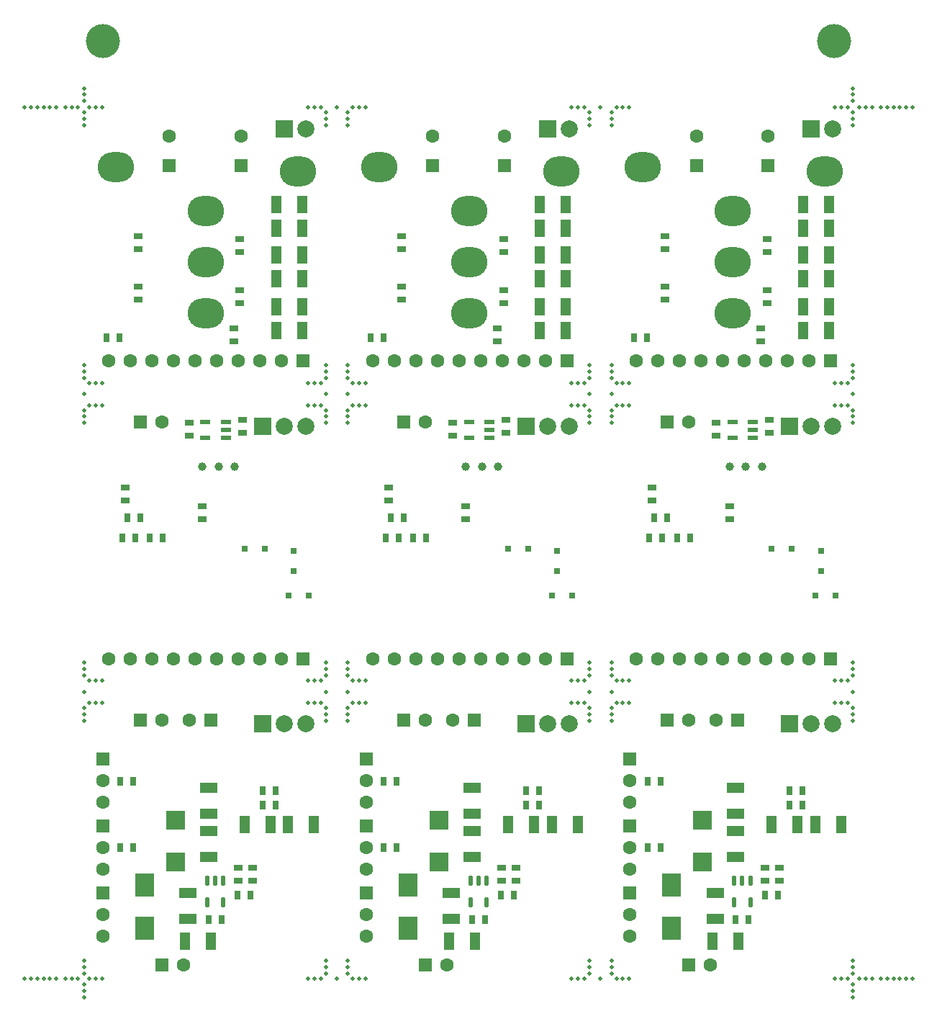
<source format=gbr>
%TF.GenerationSoftware,KiCad,Pcbnew,6.0.4-6f826c9f35~116~ubuntu20.04.1*%
%TF.CreationDate,2022-04-24T16:07:37+02:00*%
%TF.ProjectId,crawl_esc_pan,63726177-6c5f-4657-9363-5f70616e2e6b,rev?*%
%TF.SameCoordinates,Original*%
%TF.FileFunction,Soldermask,Bot*%
%TF.FilePolarity,Negative*%
%FSLAX46Y46*%
G04 Gerber Fmt 4.6, Leading zero omitted, Abs format (unit mm)*
G04 Created by KiCad (PCBNEW 6.0.4-6f826c9f35~116~ubuntu20.04.1) date 2022-04-24 16:07:37*
%MOMM*%
%LPD*%
G01*
G04 APERTURE LIST*
G04 Aperture macros list*
%AMRoundRect*
0 Rectangle with rounded corners*
0 $1 Rounding radius*
0 $2 $3 $4 $5 $6 $7 $8 $9 X,Y pos of 4 corners*
0 Add a 4 corners polygon primitive as box body*
4,1,4,$2,$3,$4,$5,$6,$7,$8,$9,$2,$3,0*
0 Add four circle primitives for the rounded corners*
1,1,$1+$1,$2,$3*
1,1,$1+$1,$4,$5*
1,1,$1+$1,$6,$7*
1,1,$1+$1,$8,$9*
0 Add four rect primitives between the rounded corners*
20,1,$1+$1,$2,$3,$4,$5,0*
20,1,$1+$1,$4,$5,$6,$7,0*
20,1,$1+$1,$6,$7,$8,$9,0*
20,1,$1+$1,$8,$9,$2,$3,0*%
G04 Aperture macros list end*
%ADD10C,2.000000*%
%ADD11R,2.000000X2.000000*%
%ADD12R,2.260000X2.160000*%
%ADD13R,1.016000X0.762000*%
%ADD14R,0.762000X1.016000*%
%ADD15R,1.193800X2.006600*%
%ADD16RoundRect,0.147500X-0.147500X0.457500X-0.147500X-0.457500X0.147500X-0.457500X0.147500X0.457500X0*%
%ADD17R,2.200000X2.700000*%
%ADD18R,2.006600X1.193800*%
%ADD19C,1.600200*%
%ADD20R,1.600200X1.600200*%
%ADD21C,1.000000*%
%ADD22R,0.800000X0.800000*%
%ADD23R,1.200000X0.600000*%
%ADD24O,4.300000X3.500000*%
%ADD25C,0.500000*%
%ADD26C,4.000000*%
G04 APERTURE END LIST*
D10*
%TO.C,ST25*%
X195865544Y-115299779D03*
X193325544Y-115299779D03*
D11*
X190785544Y-115299779D03*
%TD*%
D12*
%TO.C,D13*%
X180499542Y-126649779D03*
X180499542Y-131549780D03*
%TD*%
D13*
%TO.C,R65*%
X187899542Y-132237779D03*
X187899542Y-133761779D03*
%TD*%
D14*
%TO.C,R66*%
X187837544Y-135399782D03*
X189361544Y-135399782D03*
%TD*%
%TO.C,C110*%
X185961542Y-138299781D03*
X184437542Y-138299781D03*
%TD*%
D15*
%TO.C,C95*%
X191723542Y-127099777D03*
X188675542Y-127099777D03*
%TD*%
%TO.C,C97*%
X193775542Y-127099777D03*
X196823542Y-127099777D03*
%TD*%
D16*
%TO.C,IC15*%
X184249542Y-136254779D03*
X186149544Y-136254779D03*
X186149544Y-133744782D03*
X185199542Y-133744782D03*
X184249542Y-133744782D03*
%TD*%
D17*
%TO.C,L8*%
X176899544Y-134249779D03*
X176899544Y-139349779D03*
%TD*%
D18*
%TO.C,C111*%
X184399545Y-127875781D03*
X184399545Y-130923781D03*
%TD*%
D13*
%TO.C,C107*%
X189599542Y-132237779D03*
X189599542Y-133761779D03*
%TD*%
D15*
%TO.C,C102*%
X181675542Y-140799779D03*
X184723542Y-140799779D03*
%TD*%
D14*
%TO.C,C113*%
X174037544Y-121999779D03*
X175561544Y-121999779D03*
%TD*%
%TO.C,R61*%
X192261542Y-124799777D03*
X190737542Y-124799777D03*
%TD*%
%TO.C,C94*%
X190737542Y-123099777D03*
X192261542Y-123099777D03*
%TD*%
D18*
%TO.C,C112*%
X184399542Y-125823779D03*
X184399542Y-122775779D03*
%TD*%
D19*
%TO.C,ST29*%
X171999544Y-140239777D03*
X171999544Y-137699777D03*
D20*
X171999544Y-135159777D03*
%TD*%
D19*
%TO.C,ST30*%
X182129544Y-114799777D03*
D20*
X184669544Y-114799777D03*
%TD*%
D14*
%TO.C,C114*%
X174037544Y-129799777D03*
X175561544Y-129799777D03*
%TD*%
D18*
%TO.C,C101*%
X181999544Y-138223782D03*
X181999544Y-135175782D03*
%TD*%
D19*
%TO.C,ST27*%
X171999544Y-124479779D03*
X171999544Y-121939779D03*
D20*
X171999544Y-119399779D03*
%TD*%
D19*
%TO.C,ST26*%
X178935542Y-114804779D03*
D20*
X176395542Y-114804779D03*
%TD*%
D19*
%TO.C,ST31*%
X181470000Y-143600000D03*
D20*
X178930000Y-143600000D03*
%TD*%
D19*
%TO.C,ST28*%
X171999544Y-132339777D03*
X171999544Y-129799777D03*
D20*
X171999544Y-127259777D03*
%TD*%
D10*
%TO.C,ST18*%
X164865544Y-115299779D03*
X162325544Y-115299779D03*
D11*
X159785544Y-115299779D03*
%TD*%
D12*
%TO.C,D11*%
X149499542Y-126649779D03*
X149499542Y-131549780D03*
%TD*%
D13*
%TO.C,R59*%
X156899542Y-132237779D03*
X156899542Y-133761779D03*
%TD*%
D14*
%TO.C,R60*%
X156837544Y-135399782D03*
X158361544Y-135399782D03*
%TD*%
%TO.C,C88*%
X154961542Y-138299781D03*
X153437542Y-138299781D03*
%TD*%
D15*
%TO.C,C73*%
X160723542Y-127099777D03*
X157675542Y-127099777D03*
%TD*%
%TO.C,C75*%
X162775542Y-127099777D03*
X165823542Y-127099777D03*
%TD*%
D16*
%TO.C,IC12*%
X153249542Y-136254779D03*
X155149544Y-136254779D03*
X155149544Y-133744782D03*
X154199542Y-133744782D03*
X153249542Y-133744782D03*
%TD*%
D17*
%TO.C,L6*%
X145899544Y-134249779D03*
X145899544Y-139349779D03*
%TD*%
D18*
%TO.C,C89*%
X153399545Y-127875781D03*
X153399545Y-130923781D03*
%TD*%
D13*
%TO.C,C85*%
X158599542Y-132237779D03*
X158599542Y-133761779D03*
%TD*%
D15*
%TO.C,C80*%
X150675542Y-140799779D03*
X153723542Y-140799779D03*
%TD*%
D14*
%TO.C,C91*%
X143037544Y-121999779D03*
X144561544Y-121999779D03*
%TD*%
%TO.C,R55*%
X161261542Y-124799777D03*
X159737542Y-124799777D03*
%TD*%
%TO.C,C72*%
X159737542Y-123099777D03*
X161261542Y-123099777D03*
%TD*%
D18*
%TO.C,C90*%
X153399542Y-125823779D03*
X153399542Y-122775779D03*
%TD*%
D19*
%TO.C,ST22*%
X140999544Y-140239777D03*
X140999544Y-137699777D03*
D20*
X140999544Y-135159777D03*
%TD*%
D19*
%TO.C,ST23*%
X151129544Y-114799777D03*
D20*
X153669544Y-114799777D03*
%TD*%
D14*
%TO.C,C92*%
X143037544Y-129799777D03*
X144561544Y-129799777D03*
%TD*%
D18*
%TO.C,C79*%
X150999544Y-138223782D03*
X150999544Y-135175782D03*
%TD*%
D19*
%TO.C,ST20*%
X140999544Y-124479779D03*
X140999544Y-121939779D03*
D20*
X140999544Y-119399779D03*
%TD*%
D19*
%TO.C,ST19*%
X147935542Y-114804779D03*
D20*
X145395542Y-114804779D03*
%TD*%
D19*
%TO.C,ST24*%
X150470000Y-143600000D03*
D20*
X147930000Y-143600000D03*
%TD*%
D19*
%TO.C,ST21*%
X140999544Y-132339777D03*
X140999544Y-129799777D03*
D20*
X140999544Y-127259777D03*
%TD*%
D21*
%TO.C,TP20*%
X183695416Y-85060072D03*
%TD*%
D20*
%TO.C,ST16*%
X195560000Y-107599998D03*
D19*
X193020000Y-107599998D03*
X190480000Y-107599998D03*
X187940000Y-107599998D03*
X185400000Y-107599998D03*
X182860000Y-107599998D03*
X180320000Y-107599998D03*
X177780000Y-107599998D03*
X175240000Y-107599998D03*
X172700000Y-107599998D03*
%TD*%
D21*
%TO.C,TP21*%
X187495416Y-85060072D03*
%TD*%
D22*
%TO.C,D7*%
X196200000Y-100199998D03*
X193800000Y-100199998D03*
%TD*%
D13*
%TO.C,C67*%
X188400000Y-81062000D03*
X188400000Y-79538000D03*
%TD*%
D14*
%TO.C,R54*%
X174833417Y-91060073D03*
X176357417Y-91060073D03*
%TD*%
D13*
%TO.C,C58*%
X183695416Y-89698074D03*
X183695416Y-91222074D03*
%TD*%
%TO.C,L4*%
X174595416Y-87498073D03*
X174595416Y-89022073D03*
%TD*%
D23*
%TO.C,IC7*%
X186445403Y-79770187D03*
X186445403Y-80720147D03*
X186445403Y-81670107D03*
X184045402Y-81670107D03*
X184045402Y-79770187D03*
%TD*%
D13*
%TO.C,C60*%
X182100000Y-81362000D03*
X182100000Y-79838000D03*
%TD*%
D22*
%TO.C,D8*%
X194438000Y-94899998D03*
X194438000Y-97299998D03*
%TD*%
%TO.C,D9*%
X188645416Y-94699998D03*
X191045416Y-94699998D03*
%TD*%
D14*
%TO.C,C65*%
X179038417Y-93411757D03*
X177514417Y-93411757D03*
%TD*%
%TO.C,R44*%
X174266164Y-93399998D03*
X175790164Y-93399998D03*
%TD*%
D20*
%TO.C,ST17*%
X176395316Y-79804903D03*
D19*
X178935316Y-79804903D03*
%TD*%
D21*
%TO.C,TP19*%
X185595417Y-85060072D03*
%TD*%
D11*
%TO.C,ST15*%
X190785417Y-80300000D03*
D10*
X193325417Y-80300000D03*
X195865417Y-80300000D03*
%TD*%
D21*
%TO.C,TP17*%
X152695416Y-85060072D03*
%TD*%
D20*
%TO.C,ST13*%
X164560000Y-107599998D03*
D19*
X162020000Y-107599998D03*
X159480000Y-107599998D03*
X156940000Y-107599998D03*
X154400000Y-107599998D03*
X151860000Y-107599998D03*
X149320000Y-107599998D03*
X146780000Y-107599998D03*
X144240000Y-107599998D03*
X141700000Y-107599998D03*
%TD*%
D21*
%TO.C,TP18*%
X156495416Y-85060072D03*
%TD*%
D22*
%TO.C,D4*%
X165200000Y-100199998D03*
X162800000Y-100199998D03*
%TD*%
D13*
%TO.C,C51*%
X157400000Y-81062000D03*
X157400000Y-79538000D03*
%TD*%
D14*
%TO.C,R40*%
X143833417Y-91060073D03*
X145357417Y-91060073D03*
%TD*%
D13*
%TO.C,C42*%
X152695416Y-89698074D03*
X152695416Y-91222074D03*
%TD*%
%TO.C,L3*%
X143595416Y-87498073D03*
X143595416Y-89022073D03*
%TD*%
D23*
%TO.C,IC4*%
X155445403Y-79770187D03*
X155445403Y-80720147D03*
X155445403Y-81670107D03*
X153045402Y-81670107D03*
X153045402Y-79770187D03*
%TD*%
D13*
%TO.C,C44*%
X151100000Y-81362000D03*
X151100000Y-79838000D03*
%TD*%
D22*
%TO.C,D5*%
X163438000Y-94899998D03*
X163438000Y-97299998D03*
%TD*%
%TO.C,D6*%
X157645416Y-94699998D03*
X160045416Y-94699998D03*
%TD*%
D14*
%TO.C,C49*%
X148038417Y-93411757D03*
X146514417Y-93411757D03*
%TD*%
%TO.C,R30*%
X143266164Y-93399998D03*
X144790164Y-93399998D03*
%TD*%
D20*
%TO.C,ST14*%
X145395316Y-79804903D03*
D19*
X147935316Y-79804903D03*
%TD*%
D21*
%TO.C,TP16*%
X154595417Y-85060072D03*
%TD*%
D11*
%TO.C,ST12*%
X159785417Y-80300000D03*
D10*
X162325417Y-80300000D03*
X164865417Y-80300000D03*
%TD*%
D20*
%TO.C,ST11*%
X195560000Y-72599998D03*
D19*
X193020000Y-72599998D03*
X190480000Y-72599998D03*
X187940000Y-72599998D03*
X185400000Y-72599998D03*
X182860000Y-72599998D03*
X180320000Y-72599998D03*
X177780000Y-72599998D03*
X175240000Y-72599998D03*
X172700000Y-72599998D03*
%TD*%
D24*
%TO.C,TP13*%
X184100000Y-66964998D03*
%TD*%
D13*
%TO.C,R21*%
X187350000Y-70266998D03*
X187350000Y-68742998D03*
%TD*%
D15*
%TO.C,C36*%
X192375998Y-66199998D03*
X195423998Y-66199998D03*
%TD*%
D24*
%TO.C,TP12*%
X173500000Y-49799998D03*
%TD*%
D15*
%TO.C,C33*%
X192390267Y-60174998D03*
X195438267Y-60174998D03*
%TD*%
D24*
%TO.C,TP15*%
X184100000Y-54965000D03*
%TD*%
D15*
%TO.C,C37*%
X192376003Y-57000002D03*
X195424003Y-57000002D03*
%TD*%
D11*
%TO.C,ST10*%
X193330000Y-45300000D03*
D10*
X195870000Y-45300000D03*
%TD*%
D13*
%TO.C,R25*%
X176100000Y-65362000D03*
X176100000Y-63838000D03*
%TD*%
D20*
%TO.C,C31*%
X179800000Y-49649998D03*
D19*
X179800000Y-46150001D03*
%TD*%
D14*
%TO.C,R24*%
X172438000Y-69899998D03*
X173962000Y-69899998D03*
%TD*%
D15*
%TO.C,C34*%
X192390267Y-62974994D03*
X195438267Y-62974994D03*
%TD*%
D24*
%TO.C,TP14*%
X184100000Y-60964998D03*
%TD*%
D15*
%TO.C,C35*%
X192375998Y-68999996D03*
X195423998Y-68999996D03*
%TD*%
D20*
%TO.C,C32*%
X188200000Y-49649998D03*
D19*
X188200000Y-46150001D03*
%TD*%
D24*
%TO.C,TP11*%
X194900000Y-50300000D03*
%TD*%
D15*
%TO.C,C38*%
X192376003Y-54200000D03*
X195424003Y-54200000D03*
%TD*%
D13*
%TO.C,R26*%
X176100000Y-59461998D03*
X176100000Y-57937998D03*
%TD*%
%TO.C,R22*%
X188100002Y-65811998D03*
X188100002Y-64287998D03*
%TD*%
%TO.C,R23*%
X188100002Y-59811998D03*
X188100002Y-58287998D03*
%TD*%
D20*
%TO.C,ST9*%
X164560000Y-72599998D03*
D19*
X162020000Y-72599998D03*
X159480000Y-72599998D03*
X156940000Y-72599998D03*
X154400000Y-72599998D03*
X151860000Y-72599998D03*
X149320000Y-72599998D03*
X146780000Y-72599998D03*
X144240000Y-72599998D03*
X141700000Y-72599998D03*
%TD*%
D24*
%TO.C,TP8*%
X153100000Y-66964998D03*
%TD*%
D13*
%TO.C,R15*%
X156350000Y-70266998D03*
X156350000Y-68742998D03*
%TD*%
D15*
%TO.C,C28*%
X161375998Y-66199998D03*
X164423998Y-66199998D03*
%TD*%
D24*
%TO.C,TP7*%
X142500000Y-49799998D03*
%TD*%
D15*
%TO.C,C25*%
X161390267Y-60174998D03*
X164438267Y-60174998D03*
%TD*%
D24*
%TO.C,TP10*%
X153100000Y-54965000D03*
%TD*%
D15*
%TO.C,C29*%
X161376003Y-57000002D03*
X164424003Y-57000002D03*
%TD*%
D11*
%TO.C,ST8*%
X162330000Y-45300000D03*
D10*
X164870000Y-45300000D03*
%TD*%
D13*
%TO.C,R19*%
X145100000Y-65362000D03*
X145100000Y-63838000D03*
%TD*%
D20*
%TO.C,C23*%
X148800000Y-49649998D03*
D19*
X148800000Y-46150001D03*
%TD*%
D14*
%TO.C,R18*%
X141438000Y-69899998D03*
X142962000Y-69899998D03*
%TD*%
D15*
%TO.C,C26*%
X161390267Y-62974994D03*
X164438267Y-62974994D03*
%TD*%
D24*
%TO.C,TP9*%
X153100000Y-60964998D03*
%TD*%
D15*
%TO.C,C27*%
X161375998Y-68999996D03*
X164423998Y-68999996D03*
%TD*%
D20*
%TO.C,C24*%
X157200000Y-49649998D03*
D19*
X157200000Y-46150001D03*
%TD*%
D24*
%TO.C,TP6*%
X163900000Y-50300000D03*
%TD*%
D15*
%TO.C,C30*%
X161376003Y-54200000D03*
X164424003Y-54200000D03*
%TD*%
D13*
%TO.C,R20*%
X145100000Y-59461998D03*
X145100000Y-57937998D03*
%TD*%
%TO.C,R16*%
X157100002Y-65811998D03*
X157100002Y-64287998D03*
%TD*%
%TO.C,R17*%
X157100002Y-59811998D03*
X157100002Y-58287998D03*
%TD*%
D25*
%TO.C,*%
X202250000Y-42800000D03*
%TD*%
%TO.C,*%
X205250000Y-145200000D03*
%TD*%
%TO.C,*%
X107050000Y-42800000D03*
X109150000Y-42800000D03*
X107800000Y-44900000D03*
X107800000Y-41300000D03*
X107800000Y-43400000D03*
X109900000Y-42800000D03*
X106300000Y-42800000D03*
X108400000Y-42800000D03*
X107800000Y-42050000D03*
X107800000Y-44150000D03*
X107800000Y-40550000D03*
X105550000Y-42800000D03*
%TD*%
%TO.C,*%
X201500000Y-42800000D03*
%TD*%
%TO.C,*%
X104500000Y-145200000D03*
%TD*%
%TO.C,*%
X100750000Y-145200000D03*
%TD*%
%TO.C,*%
X205250000Y-42800000D03*
%TD*%
%TO.C,*%
X170400000Y-42800000D03*
X171900000Y-42800000D03*
X167200000Y-44900000D03*
X169800000Y-44150000D03*
X165850000Y-42800000D03*
X166600000Y-42800000D03*
X169800000Y-44900000D03*
X167200000Y-44150000D03*
X169800000Y-43400000D03*
X165100000Y-42800000D03*
X167200000Y-43400000D03*
X168500000Y-42800000D03*
X171150000Y-42800000D03*
%TD*%
%TO.C,*%
X204500000Y-42800000D03*
%TD*%
%TO.C,*%
X102250000Y-42800000D03*
%TD*%
%TO.C,*%
X198200000Y-147450000D03*
X200450000Y-145200000D03*
X196850000Y-145200000D03*
X199700000Y-145200000D03*
X196100000Y-145200000D03*
X198200000Y-146700000D03*
X197600000Y-145200000D03*
X198200000Y-145950000D03*
X198950000Y-145200000D03*
X198200000Y-143100000D03*
X198200000Y-144600000D03*
X198200000Y-143850000D03*
%TD*%
%TO.C,*%
X203750000Y-145200000D03*
%TD*%
%TO.C,*%
X138800000Y-76500000D03*
X139400000Y-75200000D03*
X136200000Y-78400000D03*
X138800000Y-74600000D03*
X135600000Y-77800000D03*
X136200000Y-74600000D03*
X138800000Y-73850000D03*
X138800000Y-73100000D03*
X140900000Y-75200000D03*
X134850000Y-77800000D03*
X140900000Y-77800000D03*
X138800000Y-79150000D03*
X136200000Y-73850000D03*
X136200000Y-79900000D03*
X134100000Y-75200000D03*
X136200000Y-76500000D03*
X138800000Y-79900000D03*
X134850000Y-75200000D03*
X140150000Y-77800000D03*
X138800000Y-78400000D03*
X134100000Y-77800000D03*
X136200000Y-73100000D03*
X135600000Y-75200000D03*
X139400000Y-77800000D03*
X140150000Y-75200000D03*
X136200000Y-79150000D03*
%TD*%
%TO.C,*%
X203000000Y-42800000D03*
%TD*%
%TO.C,*%
X107800000Y-78400000D03*
X108400000Y-77800000D03*
X107800000Y-74600000D03*
X109150000Y-77800000D03*
X109900000Y-75200000D03*
X107800000Y-76500000D03*
X108400000Y-75200000D03*
X107800000Y-73850000D03*
X107800000Y-79900000D03*
X107800000Y-79150000D03*
X107800000Y-73100000D03*
X109900000Y-77800000D03*
X109150000Y-75200000D03*
%TD*%
%TO.C,*%
X103000000Y-145200000D03*
%TD*%
%TO.C,*%
X201500000Y-145200000D03*
%TD*%
%TO.C,*%
X138800000Y-108850000D03*
X134850000Y-112800000D03*
X140150000Y-110200000D03*
X134850000Y-110200000D03*
X136200000Y-109600000D03*
X136200000Y-114900000D03*
X136200000Y-111500000D03*
X134100000Y-112800000D03*
X139400000Y-112800000D03*
X138800000Y-111500000D03*
X140150000Y-112800000D03*
X138800000Y-108100000D03*
X140900000Y-112800000D03*
X136200000Y-113400000D03*
X135600000Y-110200000D03*
X136200000Y-108850000D03*
X135600000Y-112800000D03*
X134100000Y-110200000D03*
X140900000Y-110200000D03*
X138800000Y-114900000D03*
X138800000Y-113400000D03*
X136200000Y-108100000D03*
X139400000Y-110200000D03*
X138800000Y-109600000D03*
X138800000Y-114150000D03*
X136200000Y-114150000D03*
%TD*%
%TO.C,*%
X101500000Y-42800000D03*
%TD*%
%TO.C,*%
X166600000Y-145200000D03*
X167200000Y-144600000D03*
X167200000Y-143100000D03*
X165100000Y-145200000D03*
X169800000Y-143850000D03*
X171150000Y-145200000D03*
X171900000Y-145200000D03*
X167200000Y-143850000D03*
X170400000Y-145200000D03*
X169800000Y-143100000D03*
X168500000Y-145200000D03*
X165850000Y-145200000D03*
X169800000Y-144600000D03*
%TD*%
%TO.C,*%
X204500000Y-145200000D03*
%TD*%
%TO.C,*%
X102250000Y-145200000D03*
%TD*%
%TO.C,*%
X138800000Y-43400000D03*
X137500000Y-42800000D03*
X140900000Y-42800000D03*
X134850000Y-42800000D03*
X136200000Y-43400000D03*
X135600000Y-42800000D03*
X136200000Y-44150000D03*
X139400000Y-42800000D03*
X138800000Y-44150000D03*
X136200000Y-44900000D03*
X140150000Y-42800000D03*
X138800000Y-44900000D03*
X134100000Y-42800000D03*
%TD*%
%TO.C,*%
X203750000Y-42800000D03*
%TD*%
%TO.C,*%
X135600000Y-145200000D03*
X140900000Y-145200000D03*
X134850000Y-145200000D03*
X138800000Y-144600000D03*
X138800000Y-143850000D03*
X137500000Y-145200000D03*
X139400000Y-145200000D03*
X136200000Y-143100000D03*
X134100000Y-145200000D03*
X138800000Y-143100000D03*
X136200000Y-144600000D03*
X136200000Y-143850000D03*
X140150000Y-145200000D03*
%TD*%
D26*
%TO.C,*%
X196000000Y-35000000D03*
%TD*%
D25*
%TO.C,*%
X198200000Y-73100000D03*
X196850000Y-75200000D03*
X196100000Y-75200000D03*
X198200000Y-79900000D03*
X198200000Y-79150000D03*
X198200000Y-73850000D03*
X196850000Y-77800000D03*
X197600000Y-77800000D03*
X198200000Y-76500000D03*
X197600000Y-75200000D03*
X198200000Y-78400000D03*
X198200000Y-74600000D03*
X196100000Y-77800000D03*
%TD*%
%TO.C,*%
X101500000Y-145200000D03*
%TD*%
%TO.C,*%
X100750000Y-42800000D03*
%TD*%
%TO.C,*%
X171900000Y-77800000D03*
X169800000Y-79150000D03*
X169800000Y-73850000D03*
X165100000Y-75200000D03*
X167200000Y-73850000D03*
X171150000Y-77800000D03*
X167200000Y-73100000D03*
X170400000Y-75200000D03*
X166600000Y-75200000D03*
X170400000Y-77800000D03*
X165850000Y-77800000D03*
X171150000Y-75200000D03*
X167200000Y-78400000D03*
X167200000Y-74600000D03*
X169800000Y-76500000D03*
X167200000Y-79150000D03*
X166600000Y-77800000D03*
X167200000Y-76500000D03*
X165850000Y-75200000D03*
X169800000Y-79900000D03*
X169800000Y-78400000D03*
X171900000Y-75200000D03*
X167200000Y-79900000D03*
X169800000Y-74600000D03*
X169800000Y-73100000D03*
X165100000Y-77800000D03*
%TD*%
%TO.C,*%
X103750000Y-145200000D03*
%TD*%
D26*
%TO.C,*%
X110000000Y-35000000D03*
%TD*%
D25*
%TO.C,*%
X167200000Y-111500000D03*
X166600000Y-110200000D03*
X169800000Y-113400000D03*
X166600000Y-112800000D03*
X167200000Y-113400000D03*
X169800000Y-109600000D03*
X165100000Y-112800000D03*
X167200000Y-114900000D03*
X167200000Y-108100000D03*
X169800000Y-114150000D03*
X171900000Y-110200000D03*
X170400000Y-112800000D03*
X167200000Y-109600000D03*
X171150000Y-112800000D03*
X167200000Y-108850000D03*
X169800000Y-111500000D03*
X165850000Y-110200000D03*
X165850000Y-112800000D03*
X169800000Y-108850000D03*
X171900000Y-112800000D03*
X169800000Y-114900000D03*
X165100000Y-110200000D03*
X170400000Y-110200000D03*
X167200000Y-114150000D03*
X171150000Y-110200000D03*
X169800000Y-108100000D03*
%TD*%
%TO.C,*%
X202250000Y-145200000D03*
%TD*%
%TO.C,*%
X103750000Y-42800000D03*
%TD*%
%TO.C,*%
X198200000Y-42050000D03*
X198200000Y-41300000D03*
X198950000Y-42800000D03*
X196100000Y-42800000D03*
X200450000Y-42800000D03*
X196850000Y-42800000D03*
X198200000Y-44900000D03*
X199700000Y-42800000D03*
X198200000Y-43400000D03*
X197600000Y-42800000D03*
X198200000Y-40550000D03*
X198200000Y-44150000D03*
%TD*%
%TO.C,*%
X203000000Y-145200000D03*
%TD*%
%TO.C,*%
X107800000Y-113400000D03*
X109900000Y-112800000D03*
X109150000Y-112800000D03*
X109900000Y-110200000D03*
X109150000Y-110200000D03*
X108400000Y-110200000D03*
X107800000Y-114900000D03*
X107800000Y-108850000D03*
X108400000Y-112800000D03*
X107800000Y-108100000D03*
X107800000Y-111500000D03*
X107800000Y-114150000D03*
X107800000Y-109600000D03*
%TD*%
%TO.C,*%
X107800000Y-143850000D03*
X108400000Y-145200000D03*
X109150000Y-145200000D03*
X106300000Y-145200000D03*
X109900000Y-145200000D03*
X107800000Y-147450000D03*
X107800000Y-146700000D03*
X107800000Y-143100000D03*
X105550000Y-145200000D03*
X107800000Y-145950000D03*
X107050000Y-145200000D03*
X107800000Y-144600000D03*
%TD*%
%TO.C,*%
X103000000Y-42800000D03*
%TD*%
%TO.C,*%
X104500000Y-42800000D03*
%TD*%
%TO.C,*%
X198200000Y-111500000D03*
X196850000Y-112800000D03*
X198200000Y-108850000D03*
X196850000Y-110200000D03*
X197600000Y-112800000D03*
X196100000Y-112800000D03*
X197600000Y-110200000D03*
X196100000Y-110200000D03*
X198200000Y-113400000D03*
X198200000Y-109600000D03*
X198200000Y-108100000D03*
X198200000Y-114150000D03*
X198200000Y-114900000D03*
%TD*%
D20*
%TO.C,C1*%
X117800000Y-49649998D03*
D19*
X117800000Y-46150001D03*
%TD*%
D24*
%TO.C,TP3*%
X122100000Y-66964998D03*
%TD*%
%TO.C,TP5*%
X122100000Y-54965000D03*
%TD*%
D20*
%TO.C,C2*%
X126200000Y-49649998D03*
D19*
X126200000Y-46150001D03*
%TD*%
D24*
%TO.C,TP4*%
X122100000Y-60964998D03*
%TD*%
%TO.C,TP1*%
X132900000Y-50300000D03*
%TD*%
%TO.C,TP2*%
X111500000Y-49799998D03*
%TD*%
D15*
%TO.C,C3*%
X130390267Y-60174998D03*
X133438267Y-60174998D03*
%TD*%
%TO.C,C7*%
X130376003Y-57000002D03*
X133424003Y-57000002D03*
%TD*%
D13*
%TO.C,R5*%
X114100000Y-65362000D03*
X114100000Y-63838000D03*
%TD*%
D15*
%TO.C,C8*%
X130376003Y-54200000D03*
X133424003Y-54200000D03*
%TD*%
%TO.C,C5*%
X130375998Y-68999996D03*
X133423998Y-68999996D03*
%TD*%
D13*
%TO.C,R1*%
X125350000Y-70266998D03*
X125350000Y-68742998D03*
%TD*%
D11*
%TO.C,ST1*%
X131330000Y-45300000D03*
D10*
X133870000Y-45300000D03*
%TD*%
D13*
%TO.C,R3*%
X126100002Y-59811998D03*
X126100002Y-58287998D03*
%TD*%
%TO.C,R2*%
X126100002Y-65811998D03*
X126100002Y-64287998D03*
%TD*%
D15*
%TO.C,C6*%
X130375998Y-66199998D03*
X133423998Y-66199998D03*
%TD*%
D13*
%TO.C,R6*%
X114100000Y-59461998D03*
X114100000Y-57937998D03*
%TD*%
D20*
%TO.C,ST2*%
X133560000Y-72599998D03*
D19*
X131020000Y-72599998D03*
X128480000Y-72599998D03*
X125940000Y-72599998D03*
X123400000Y-72599998D03*
X120860000Y-72599998D03*
X118320000Y-72599998D03*
X115780000Y-72599998D03*
X113240000Y-72599998D03*
X110700000Y-72599998D03*
%TD*%
D14*
%TO.C,R4*%
X110438000Y-69899998D03*
X111962000Y-69899998D03*
%TD*%
D15*
%TO.C,C4*%
X130390267Y-62974994D03*
X133438267Y-62974994D03*
%TD*%
D20*
%TO.C,ST2*%
X133560000Y-107599998D03*
D19*
X131020000Y-107599998D03*
X128480000Y-107599998D03*
X125940000Y-107599998D03*
X123400000Y-107599998D03*
X120860000Y-107599998D03*
X118320000Y-107599998D03*
X115780000Y-107599998D03*
X113240000Y-107599998D03*
X110700000Y-107599998D03*
%TD*%
D21*
%TO.C,TP1*%
X123595417Y-85060072D03*
%TD*%
%TO.C,TP3*%
X125495416Y-85060072D03*
%TD*%
%TO.C,TP2*%
X121695416Y-85060072D03*
%TD*%
D11*
%TO.C,ST1*%
X128785417Y-80300000D03*
D10*
X131325417Y-80300000D03*
X133865417Y-80300000D03*
%TD*%
D20*
%TO.C,ST3*%
X114395316Y-79804903D03*
D19*
X116935316Y-79804903D03*
%TD*%
D14*
%TO.C,R4*%
X112266164Y-93399998D03*
X113790164Y-93399998D03*
%TD*%
%TO.C,C11*%
X117038417Y-93411757D03*
X115514417Y-93411757D03*
%TD*%
D22*
%TO.C,D3*%
X126645416Y-94699998D03*
X129045416Y-94699998D03*
%TD*%
%TO.C,D2*%
X132438000Y-94899998D03*
X132438000Y-97299998D03*
%TD*%
D13*
%TO.C,C6*%
X120100000Y-81362000D03*
X120100000Y-79838000D03*
%TD*%
D23*
%TO.C,IC1*%
X124445403Y-79770187D03*
X124445403Y-80720147D03*
X124445403Y-81670107D03*
X122045402Y-81670107D03*
X122045402Y-79770187D03*
%TD*%
D13*
%TO.C,L1*%
X112595416Y-87498073D03*
X112595416Y-89022073D03*
%TD*%
%TO.C,C4*%
X121695416Y-89698074D03*
X121695416Y-91222074D03*
%TD*%
D14*
%TO.C,R14*%
X112833417Y-91060073D03*
X114357417Y-91060073D03*
%TD*%
D13*
%TO.C,C13*%
X126400000Y-81062000D03*
X126400000Y-79538000D03*
%TD*%
D22*
%TO.C,D1*%
X134200000Y-100199998D03*
X131800000Y-100199998D03*
%TD*%
D10*
%TO.C,ST1*%
X133865544Y-115299779D03*
X131325544Y-115299779D03*
D11*
X128785544Y-115299779D03*
%TD*%
D19*
%TO.C,ST6*%
X120129544Y-114799777D03*
D20*
X122669544Y-114799777D03*
%TD*%
D19*
%TO.C,ST4*%
X109999544Y-132339777D03*
X109999544Y-129799777D03*
D20*
X109999544Y-127259777D03*
%TD*%
D19*
%TO.C,ST2*%
X116935542Y-114804779D03*
D20*
X114395542Y-114804779D03*
%TD*%
D19*
%TO.C,ST7*%
X119470000Y-143600000D03*
D20*
X116930000Y-143600000D03*
%TD*%
D19*
%TO.C,ST3*%
X109999544Y-124479779D03*
X109999544Y-121939779D03*
D20*
X109999544Y-119399779D03*
%TD*%
D19*
%TO.C,ST5*%
X109999544Y-140239777D03*
X109999544Y-137699777D03*
D20*
X109999544Y-135159777D03*
%TD*%
D18*
%TO.C,C9*%
X119999544Y-138223782D03*
X119999544Y-135175782D03*
%TD*%
%TO.C,C20*%
X122399542Y-125823779D03*
X122399542Y-122775779D03*
%TD*%
D14*
%TO.C,C2*%
X128737542Y-123099777D03*
X130261542Y-123099777D03*
%TD*%
%TO.C,R1*%
X130261542Y-124799777D03*
X128737542Y-124799777D03*
%TD*%
%TO.C,C21*%
X112037544Y-121999779D03*
X113561544Y-121999779D03*
%TD*%
D15*
%TO.C,C3*%
X129723542Y-127099777D03*
X126675542Y-127099777D03*
%TD*%
D14*
%TO.C,C18*%
X123961542Y-138299781D03*
X122437542Y-138299781D03*
%TD*%
%TO.C,R6*%
X125837544Y-135399782D03*
X127361544Y-135399782D03*
%TD*%
D13*
%TO.C,R5*%
X125899542Y-132237779D03*
X125899542Y-133761779D03*
%TD*%
D12*
%TO.C,D2*%
X118499542Y-126649779D03*
X118499542Y-131549780D03*
%TD*%
D14*
%TO.C,C22*%
X112037544Y-129799777D03*
X113561544Y-129799777D03*
%TD*%
D15*
%TO.C,C10*%
X119675542Y-140799779D03*
X122723542Y-140799779D03*
%TD*%
D13*
%TO.C,C15*%
X127599542Y-132237779D03*
X127599542Y-133761779D03*
%TD*%
D18*
%TO.C,C19*%
X122399545Y-127875781D03*
X122399545Y-130923781D03*
%TD*%
D17*
%TO.C,L2*%
X114899544Y-134249779D03*
X114899544Y-139349779D03*
%TD*%
D16*
%TO.C,IC3*%
X122249542Y-136254779D03*
X124149544Y-136254779D03*
X124149544Y-133744782D03*
X123199542Y-133744782D03*
X122249542Y-133744782D03*
%TD*%
D15*
%TO.C,C5*%
X131775542Y-127099777D03*
X134823542Y-127099777D03*
%TD*%
M02*

</source>
